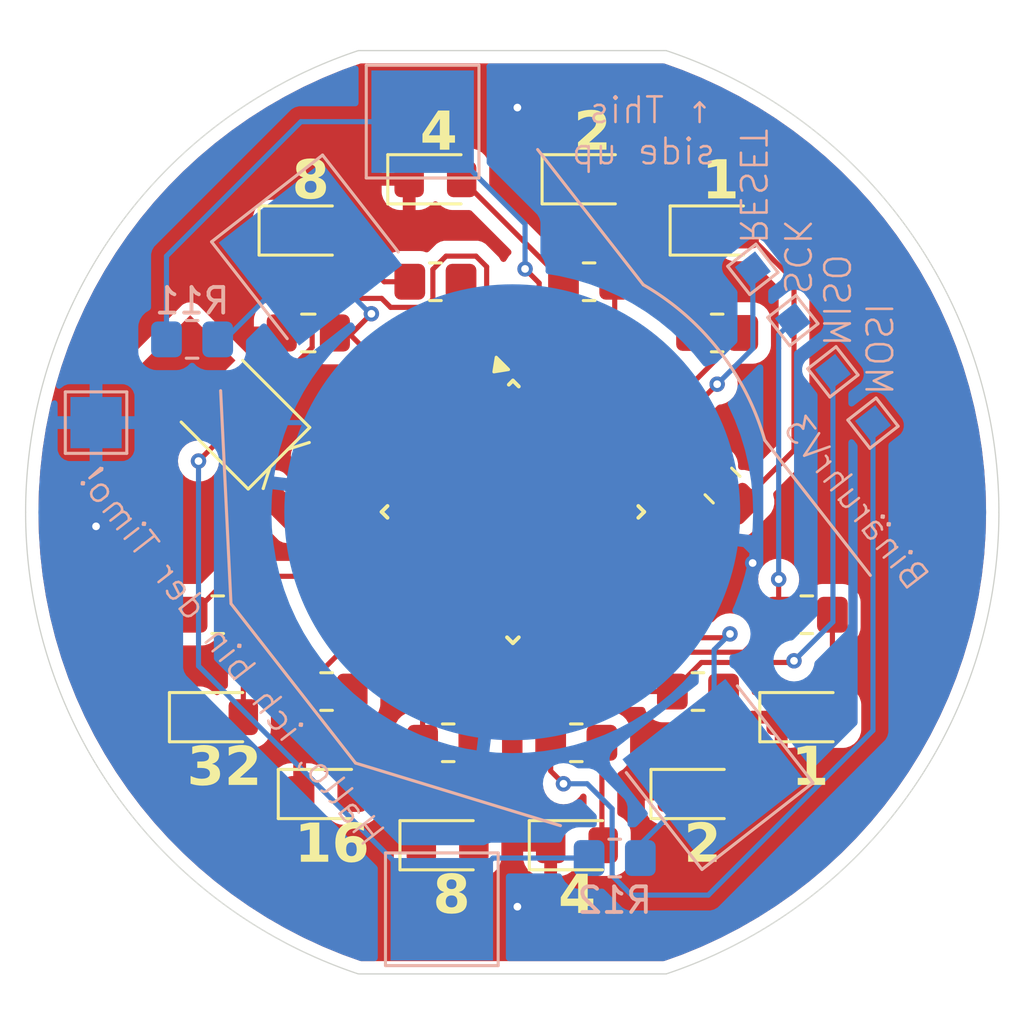
<source format=kicad_pcb>
(kicad_pcb (version 20240108) (generator "pcbnew") (generator_version "8.0")
  (layers (0 "F.Cu" signal) (31 "B.Cu" signal) (34 "B.Paste" user) (35 "F.Paste" user) (36 "B.SilkS" user "B.Silkscreen") (37 "F.SilkS" user "F.Silkscreen") (38 "B.Mask" user) (39 "F.Mask" user) (44 "Edge.Cuts" user))
  (net 0 "")
  (net 1 "+BATT")
  (net 2 "Net-(D1-A)")
  (net 3 "Net-(D2-A)")
  (net 4 "Net-(D3-A)")
  (net 5 "Net-(D4-A)")
  (net 6 "Net-(D5-A)")
  (net 7 "Net-(D6-A)")
  (net 8 "Net-(D7-A)")
  (net 9 "Net-(D8-A)")
  (net 10 "Net-(D9-A)")
  (net 11 "Net-(D10-A)")
  (net 12 "Net-(U1-XTAL2{slash}PB7)")
  (net 13 "Net-(U1-XTAL1{slash}PB6)")
  (net 17 "-BATT")
  (net 18 "Minute1")
  (net 19 "Minute2")
  (net 20 "Minute4")
  (net 21 "Minute8")
  (net 22 "Minute16")
  (net 23 "Minute32")
  (net 24 "Hour1")
  (net 25 "Hour2")
  (net 26 "Hour4")
  (net 27 "Hour8")
  (net 36 "Net-(U1-~{RESET}{slash}PC6)")
  (net 37 "Net-(U1-PD2)")
  (net 38 "Net-(U1-PD3)")
  (footprint "LED_SMD:LED_0805_2012Metric_Pad1.15x1.40mm_HandSolder" (layer "F.Cu") (at 141.975 89)
    (property "Reference" "D10" (hide yes))
    (property "Value" "LED")
    (fp_line (start -1.86 -0.96) (end -1.86 0.96) (stroke (width 0.12)) (layer "F.SilkS"))
    (fp_line (start -1.86 0.96) (end 1 0.96) (stroke (width 0.12)) (layer "F.SilkS"))
    (fp_line (start 1 -0.96) (end -1.86 -0.96) (stroke (width 0.12)) (layer "F.SilkS"))
    (pad "1" smd roundrect (at -1.025 0) (size 1.15 1.4) (layers "F.Cu" "F.Paste" "F.Mask") (roundrect_rratio 0.217391) (net 17 "-BATT"))
    (pad "2" smd roundrect (at 1.025 0) (size 1.15 1.4) (layers "F.Cu" "F.Paste" "F.Mask") (roundrect_rratio 0.217391) (net 11 "Net-(D10-A)"))
  )
  (footprint "LED_SMD:LED_0805_2012Metric_Pad1.15x1.40mm_HandSolder" (layer "F.Cu") (at 152.525 113)
    (property "Reference" "D3" (hide yes))
    (property "Value" "LED")
    (fp_line (start -1.86 -0.96) (end -1.86 0.96) (stroke (width 0.12)) (layer "F.SilkS"))
    (fp_line (start -1.86 0.96) (end 1 0.96) (stroke (width 0.12)) (layer "F.SilkS"))
    (fp_line (start 1 -0.96) (end -1.86 -0.96) (stroke (width 0.12)) (layer "F.SilkS"))
    (pad "1" smd roundrect (at -1.025 0) (size 1.15 1.4) (layers "F.Cu" "F.Paste" "F.Mask") (roundrect_rratio 0.217391) (net 17 "-BATT"))
    (pad "2" smd roundrect (at 1.025 0) (size 1.15 1.4) (layers "F.Cu" "F.Paste" "F.Mask") (roundrect_rratio 0.217391) (net 4 "Net-(D3-A)"))
  )
  (footprint "Resistor_SMD:R_0805_2012Metric_Pad1.20x1.40mm_HandSolder" (layer "F.Cu") (at 147 91 180)
    (property "Reference" "R10" (hide yes))
    (property "Value" "470")
    (fp_line (start -0.227064 0.735) (end 0.227064 0.735) (stroke (width 0.12)) (layer "F.SilkS"))
    (fp_line (start -0.227064 -0.735) (end 0.227064 -0.735) (stroke (width 0.12)) (layer "F.SilkS"))
    (pad "1" smd roundrect (at -1 0 180) (size 1.2 1.4) (layers "F.Cu" "F.Paste" "F.Mask") (roundrect_rratio 0.208333) (net 27 "Hour8"))
    (pad "2" smd roundrect (at 1 0 180) (size 1.2 1.4) (layers "F.Cu" "F.Paste" "F.Mask") (roundrect_rratio 0.208333) (net 11 "Net-(D10-A)"))
  )
  (footprint "Resistor_SMD:R_0805_2012Metric_Pad1.20x1.40mm_HandSolder" (layer "F.Cu") (at 152.5 109)
    (property "Reference" "R3" (hide yes))
    (property "Value" "470")
    (fp_line (start -0.227064 -0.735) (end 0.227064 -0.735) (stroke (width 0.12)) (layer "F.SilkS"))
    (fp_line (start -0.227064 0.735) (end 0.227064 0.735) (stroke (width 0.12)) (layer "F.SilkS"))
    (pad "1" smd roundrect (at -1 0) (size 1.2 1.4) (layers "F.Cu" "F.Paste" "F.Mask") (roundrect_rratio 0.208333) (net 20 "Minute4"))
    (pad "2" smd roundrect (at 1 0) (size 1.2 1.4) (layers "F.Cu" "F.Paste" "F.Mask") (roundrect_rratio 0.208333) (net 4 "Net-(D3-A)"))
  )
  (footprint "Resistor_SMD:R_0805_2012Metric_Pad1.20x1.40mm_HandSolder" (layer "F.Cu") (at 142.75 107)
    (property "Reference" "R5" (hide yes))
    (property "Value" "470")
    (fp_line (start -0.227064 -0.735) (end 0.227064 -0.735) (stroke (width 0.12)) (layer "F.SilkS"))
    (fp_line (start -0.227064 0.735) (end 0.227064 0.735) (stroke (width 0.12)) (layer "F.SilkS"))
    (pad "1" smd roundrect (at -1 0) (size 1.2 1.4) (layers "F.Cu" "F.Paste" "F.Mask") (roundrect_rratio 0.208333) (net 22 "Minute16"))
    (pad "2" smd roundrect (at 1 0) (size 1.2 1.4) (layers "F.Cu" "F.Paste" "F.Mask") (roundrect_rratio 0.208333) (net 6 "Net-(D5-A)"))
  )
  (footprint "Crystal:Crystal_SMD_MicroCrystal_MS1V-T1K" (layer "F.Cu") (at 139.406676 96.406676 -135)
    (property "Reference" "Y1" (hide yes))
    (property "Value" "Crystal")
    (fp_line (start -1.7 1.6) (end -1.7 -2.1) (stroke (width 0.12)) (layer "F.SilkS"))
    (fp_line (start 1.7 -2.1) (end 1.7 1.6) (stroke (width 0.12)) (layer "F.SilkS"))
    (fp_line (start 1.270001 -2.5) (end 1.270001 -2.5) (stroke (width 0.12)) (layer "F.SilkS"))
    (fp_line (start 0.5 -2.1) (end 1.270001 -2.5) (stroke (width 0.12)) (layer "F.SilkS"))
    (fp_line (start -0.5 -2.1) (end -1.270001 -2.5) (stroke (width 0.12)) (layer "F.SilkS"))
    (fp_line (start -1.270001 -2.5) (end -1.270001 -2.5) (stroke (width 0.12)) (layer "F.SilkS"))
    (fp_line (start -1.7 -2.1) (end 1.7 -2.1) (stroke (width 0.12)) (layer "F.SilkS"))
    (pad "1" smd rect (at -1.27 -3.5 225) (size 1 1.6) (layers "F.Cu" "F.Paste" "F.Mask") (net 13 "Net-(U1-XTAL1{slash}PB6)"))
    (pad "2" smd rect (at 1.27 -3.5 225) (size 1 1.6) (layers "F.Cu" "F.Paste" "F.Mask") (net 12 "Net-(U1-XTAL2{slash}PB7)"))
    (pad "3" smd rect (at 0 3.05 225) (size 3 2.5) (layers "F.Cu" "F.Paste" "F.Mask"))
  )
  (footprint "Package_QFP:TQFP-32_7x7mm_P0.8mm" (layer "F.Cu") (at 150.025305 99.985103 -45)
    (property "Reference" "U1" (hide yes))
    (property "Value" "ATmega48PA-A")
    (fp_line (start -3.625 3.625) (end -3.625 3.299999) (stroke (width 0.15)) (layer "F.SilkS"))
    (fp_line (start -3.625 3.625) (end -3.299999 3.625) (stroke (width 0.15)) (layer "F.SilkS"))
    (fp_line (start -3.625 -3.625) (end -3.625 -3.4) (stroke (width 0.15)) (layer "F.SilkS"))
    (fp_line (start -3.625 -3.625) (end -3.299999 -3.625) (stroke (width 0.15)) (layer "F.SilkS"))
    (fp_line (start 3.625 3.625) (end 3.299999 3.625) (stroke (width 0.15)) (layer "F.SilkS"))
    (fp_line (start 3.625 3.625) (end 3.625 3.299999) (stroke (width 0.15)) (layer "F.SilkS"))
    (fp_line (start 3.625 -3.625) (end 3.299999 -3.625) (stroke (width 0.15)) (layer "F.SilkS"))
    (fp_line (start 3.625 -3.625) (end 3.625 -3.299999) (stroke (width 0.15)) (layer "F.SilkS"))
    (fp_poly (pts (xy -4.39 -3.34) (xy -4.73 -3.81) (xy -4.05 -3.81) (xy -4.39 -3.34)) (stroke (width 0.12)) (fill solid) (layer "F.SilkS"))
    (pad "1" smd rect (at -4.25 -2.8 315) (size 1.6 0.55) (layers "F.Cu" "F.Paste" "F.Mask") (net 38 "Net-(U1-PD3)"))
    (pad "2" smd rect (at -4.25 -2 315) (size 1.6 0.55) (layers "F.Cu" "F.Paste" "F.Mask") (net 27 "Hour8"))
    (pad "3" smd rect (at -4.25 -1.2 315) (size 1.6 0.55) (layers "F.Cu" "F.Paste" "F.Mask") (net 17 "-BATT"))
    (pad "4" smd rect (at -4.25 -0.4 315) (size 1.6 0.55) (layers "F.Cu" "F.Paste" "F.Mask") (net 1 "+BATT"))
    (pad "5" smd rect (at -4.25 0.4 315) (size 1.6 0.55) (layers "F.Cu" "F.Paste" "F.Mask") (net 17 "-BATT"))
    (pad "6" smd rect (at -4.25 1.2 315) (size 1.6 0.55) (layers "F.Cu" "F.Paste" "F.Mask") (net 1 "+BATT"))
    (pad "7" smd rect (at -4.25 2 315) (size 1.6 0.55) (layers "F.Cu" "F.Paste" "F.Mask") (net 13 "Net-(U1-XTAL1{slash}PB6)"))
    (pad "8" smd rect (at -4.25 2.8 315) (size 1.6 0.55) (layers "F.Cu" "F.Paste" "F.Mask") (net 12 "Net-(U1-XTAL2{slash}PB7)"))
    (pad "9" smd rect (at -2.8 4.25 45) (size 1.6 0.55) (layers "F.Cu" "F.Paste" "F.Mask"))
    (pad "10" smd rect (at -2 4.25 45) (size 1.6 0.55) (layers "F.Cu" "F.Paste" "F.Mask"))
    (pad "11" smd rect (at -1.2 4.25 45) (size 1.6 0.55) (layers "F.Cu" "F.Paste" "F.Mask"))
    (pad "12" smd rect (at -0.4 4.25 45) (size 1.6 0.55) (layers "F.Cu" "F.Paste" "F.Mask") (net 23 "Minute32"))
    (pad "13" smd rect (at 0.4 4.25 45) (size 1.6 0.55) (layers "F.Cu" "F.Paste" "F.Mask") (net 22 "Minute16"))
    (pad "14" smd rect (at 1.2 4.25 45) (size 1.6 0.55) (layers "F.Cu" "F.Paste" "F.Mask") (net 21 "Minute8"))
    (pad "15" smd rect (at 2 4.25 45) (size 1.6 0.55) (layers "F.Cu" "F.Paste" "F.Mask") (net 20 "Minute4"))
    (pad "16" smd rect (at 2.8 4.25 45) (size 1.6 0.55) (layers "F.Cu" "F.Paste" "F.Mask") (net 19 "Minute2"))
    (pad "17" smd rect (at 4.25 2.8 315) (size 1.6 0.55) (layers "F.Cu" "F.Paste" "F.Mask") (net 18 "Minute1"))
    (pad "18" smd rect (at 4.25 2 315) (size 1.6 0.55) (layers "F.Cu" "F.Paste" "F.Mask") (net 1 "+BATT"))
    (pad "19" smd rect (at 4.25 1.2 315) (size 1.6 0.55) (layers "F.Cu" "F.Paste" "F.Mask"))
    (pad "20" smd rect (at 4.25 0.4 315) (size 1.6 0.55) (layers "F.Cu" "F.Paste" "F.Mask"))
    (pad "21" smd rect (at 4.25 -0.4 315) (size 1.6 0.55) (layers "F.Cu" "F.Paste" "F.Mask") (net 17 "-BATT"))
    (pad "22" smd rect (at 4.25 -1.2 315) (size 1.6 0.55) (layers "F.Cu" "F.Paste" "F.Mask"))
    (pad "23" smd rect (at 4.25 -2 315) (size 1.6 0.55) (layers "F.Cu" "F.Paste" "F.Mask"))
    (pad "24" smd rect (at 4.25 -2.8 315) (size 1.6 0.55) (layers "F.Cu" "F.Paste" "F.Mask"))
    (pad "25" smd rect (at 2.8 -4.25 45) (size 1.6 0.55) (layers "F.Cu" "F.Paste" "F.Mask"))
    (pad "26" smd rect (at 2 -4.25 45) (size 1.6 0.55) (layers "F.Cu" "F.Paste" "F.Mask"))
    (pad "27" smd rect (at 1.2 -4.25 45) (size 1.6 0.55) (layers "F.Cu" "F.Paste" "F.Mask"))
    (pad "28" smd rect (at 0.4 -4.25 45) (size 1.6 0.55) (layers "F.Cu" "F.Paste" "F.Mask") (net 24 "Hour1"))
    (pad "29" smd rect (at -0.4 -4.25 45) (size 1.6 0.55) (layers "F.Cu" "F.Paste" "F.Mask") (net 36 "Net-(U1-~{RESET}{slash}PC6)"))
    (pad "30" smd rect (at -1.2 -4.25 45) (size 1.6 0.55) (layers "F.Cu" "F.Paste" "F.Mask") (net 25 "Hour2"))
    (pad "31" smd rect (at -2 -4.25 45) (size 1.6 0.55) (layers "F.Cu" "F.Paste" "F.Mask") (net 26 "Hour4"))
    (pad "32" smd rect (at -2.8 -4.25 45) (size 1.6 0.55) (layers "F.Cu" "F.Paste" "F.Mask") (net 37 "Net-(U1-PD2)"))
  )
  (footprint "Resistor_SMD:R_0805_2012Metric_Pad1.20x1.40mm_HandSolder" (layer "F.Cu") (at 158 93 180)
    (property "Reference" "R8" (hide yes))
    (property "Value" "470")
    (fp_line (start -0.227064 0.735) (end 0.227064 0.735) (stroke (width 0.12)) (layer "F.SilkS"))
    (fp_line (start -0.227064 -0.735) (end 0.227064 -0.735) (stroke (width 0.12)) (layer "F.SilkS"))
    (pad "1" smd roundrect (at -1 0 180) (size 1.2 1.4) (layers "F.Cu" "F.Paste" "F.Mask") (roundrect_rratio 0.208333) (net 25 "Hour2"))
    (pad "2" smd roundrect (at 1 0 180) (size 1.2 1.4) (layers "F.Cu" "F.Paste" "F.Mask") (roundrect_rratio 0.208333) (net 9 "Net-(D8-A)"))
  )
  (footprint "LED_SMD:LED_0805_2012Metric_Pad1.15x1.40mm_HandSolder" (layer "F.Cu") (at 153.025 87)
    (property "Reference" "D8" (hide yes))
    (property "Value" "LED")
    (fp_line (start -1.86 -0.96) (end -1.86 0.96) (stroke (width 0.12)) (layer "F.SilkS"))
    (fp_line (start -1.86 0.96) (end 1 0.96) (stroke (width 0.12)) (layer "F.SilkS"))
    (fp_line (start 1 -0.96) (end -1.86 -0.96) (stroke (width 0.12)) (layer "F.SilkS"))
    (pad "1" smd roundrect (at -1.025 0) (size 1.15 1.4) (layers "F.Cu" "F.Paste" "F.Mask") (roundrect_rratio 0.217391) (net 17 "-BATT"))
    (pad "2" smd roundrect (at 1.025 0) (size 1.15 1.4) (layers "F.Cu" "F.Paste" "F.Mask") (roundrect_rratio 0.217391) (net 9 "Net-(D8-A)"))
  )
  (footprint "Resistor_SMD:R_0805_2012Metric_Pad1.20x1.40mm_HandSolder" (layer "F.Cu") (at 138.5 104)
    (property "Reference" "R6" (hide yes))
    (property "Value" "470")
    (fp_line (start -0.227064 -0.735) (end 0.227064 -0.735) (stroke (width 0.12)) (layer "F.SilkS"))
    (fp_line (start -0.227064 0.735) (end 0.227064 0.735) (stroke (width 0.12)) (layer "F.SilkS"))
    (pad "1" smd roundrect (at -1 0) (size 1.2 1.4) (layers "F.Cu" "F.Paste" "F.Mask") (roundrect_rratio 0.208333) (net 23 "Minute32"))
    (pad "2" smd roundrect (at 1 0) (size 1.2 1.4) (layers "F.Cu" "F.Paste" "F.Mask") (roundrect_rratio 0.208333) (net 7 "Net-(D6-A)"))
  )
  (footprint "Resistor_SMD:R_0805_2012Metric_Pad1.20x1.40mm_HandSolder" (layer "F.Cu") (at 157.25 107)
    (property "Reference" "R2" (hide yes))
    (property "Value" "470")
    (fp_line (start -0.227064 -0.735) (end 0.227064 -0.735) (stroke (width 0.12)) (layer "F.SilkS"))
    (fp_line (start -0.227064 0.735) (end 0.227064 0.735) (stroke (width 0.12)) (layer "F.SilkS"))
    (pad "1" smd roundrect (at -1 0) (size 1.2 1.4) (layers "F.Cu" "F.Paste" "F.Mask") (roundrect_rratio 0.208333) (net 19 "Minute2"))
    (pad "2" smd roundrect (at 1 0) (size 1.2 1.4) (layers "F.Cu" "F.Paste" "F.Mask") (roundrect_rratio 0.208333) (net 3 "Net-(D2-A)"))
  )
  (footprint "Resistor_SMD:R_0805_2012Metric_Pad1.20x1.40mm_HandSolder" (layer "F.Cu") (at 147.5 109)
    (property "Reference" "R4" (hide yes))
    (property "Value" "470")
    (fp_line (start -0.227064 -0.735) (end 0.227064 -0.735) (stroke (width 0.12)) (layer "F.SilkS"))
    (fp_line (start -0.227064 0.735) (end 0.227064 0.735) (stroke (width 0.12)) (layer "F.SilkS"))
    (pad "1" smd roundrect (at -1 0) (size 1.2 1.4) (layers "F.Cu" "F.Paste" "F.Mask") (roundrect_rratio 0.208333) (net 21 "Minute8"))
    (pad "2" smd roundrect (at 1 0) (size 1.2 1.4) (layers "F.Cu" "F.Paste" "F.Mask") (roundrect_rratio 0.208333) (net 5 "Net-(D4-A)"))
  )
  (footprint "LED_SMD:LED_0805_2012Metric_Pad1.15x1.40mm_HandSolder" (layer "F.Cu") (at 138.475 108)
    (property "Reference" "D6" (hide yes))
    (property "Value" "LED")
    (fp_line (start -1.86 -0.96) (end -1.86 0.96) (stroke (width 0.12)) (layer "F.SilkS"))
    (fp_line (start -1.86 0.96) (end 1 0.96) (stroke (width 0.12)) (layer "F.SilkS"))
    (fp_line (start 1 -0.96) (end -1.86 -0.96) (stroke (width 0.12)) (layer "F.SilkS"))
    (pad "1" smd roundrect (at -1.025 0) (size 1.15 1.4) (layers "F.Cu" "F.Paste" "F.Mask") (roundrect_rratio 0.217391) (net 17 "-BATT"))
    (pad "2" smd roundrect (at 1.025 0) (size 1.15 1.4) (layers "F.Cu" "F.Paste" "F.Mask") (roundrect_rratio 0.217391) (net 7 "Net-(D6-A)"))
  )
  (footprint "LED_SMD:LED_0805_2012Metric_Pad1.15x1.40mm_HandSolder" (layer "F.Cu") (at 158.025 89)
    (property "Reference" "D7" (hide yes))
    (property "Value" "LED")
    (fp_line (start -1.86 -0.96) (end -1.86 0.96) (stroke (width 0.12)) (layer "F.SilkS"))
    (fp_line (start -1.86 0.96) (end 1 0.96) (stroke (width 0.12)) (layer "F.SilkS"))
    (fp_line (start 1 -0.96) (end -1.86 -0.96) (stroke (width 0.12)) (layer "F.SilkS"))
    (pad "1" smd roundrect (at -1.025 0) (size 1.15 1.4) (layers "F.Cu" "F.Paste" "F.Mask") (roundrect_rratio 0.217391) (net 17 "-BATT"))
    (pad "2" smd roundrect (at 1.025 0) (size 1.15 1.4) (layers "F.Cu" "F.Paste" "F.Mask") (roundrect_rratio 0.217391) (net 8 "Net-(D7-A)"))
  )
  (footprint "LED_SMD:LED_0805_2012Metric_Pad1.15x1.40mm_HandSolder" (layer "F.Cu") (at 157.275 111)
    (property "Reference" "D2" (hide yes))
    (property "Value" "LED")
    (fp_line (start -1.86 -0.96) (end -1.86 0.96) (stroke (width 0.12)) (layer "F.SilkS"))
    (fp_line (start -1.86 0.96) (end 1 0.96) (stroke (width 0.12)) (layer "F.SilkS"))
    (fp_line (start 1 -0.96) (end -1.86 -0.96) (stroke (width 0.12)) (layer "F.SilkS"))
    (pad "1" smd roundrect (at -1.025 0) (size 1.15 1.4) (layers "F.Cu" "F.Paste" "F.Mask") (roundrect_rratio 0.217391) (net 17 "-BATT"))
    (pad "2" smd roundrect (at 1.025 0) (size 1.15 1.4) (layers "F.Cu" "F.Paste" "F.Mask") (roundrect_rratio 0.217391) (net 3 "Net-(D2-A)"))
  )
  (footprint "Capacitor_SMD:C_0805_2012Metric_Pad1.18x1.45mm_HandSolder" (layer "F.Cu") (at 142.0375 93 180)
    (property "Reference" "C1" (hide yes))
    (property "Value" "100nF")
    (fp_line (start -0.261252 0.735) (end 0.261252 0.735) (stroke (width 0.12)) (layer "F.SilkS"))
    (fp_line (start -0.261252 -0.735) (end 0.261252 -0.735) (stroke (width 0.12)) (layer "F.SilkS"))
    (pad "1" smd roundrect (at -1.0375 0 180) (size 1.175 1.45) (layers "F.Cu" "F.Paste" "F.Mask") (roundrect_rratio 0.212766) (net 1 "+BATT"))
    (pad "2" smd roundrect (at 1.0375 0 180) (size 1.175 1.45) (layers "F.Cu" "F.Paste" "F.Mask") (roundrect_rratio 0.212766) (net 17 "-BATT"))
  )
  (footprint "Resistor_SMD:R_0805_2012Metric_Pad1.20x1.40mm_HandSolder" (layer "F.Cu") (at 161.5 104)
    (property "Reference" "R1" (hide yes))
    (property "Value" "470")
    (fp_line (start -0.227064 -0.735) (end 0.227064 -0.735) (stroke (width 0.12)) (layer "F.SilkS"))
    (fp_line (start -0.227064 0.735) (end 0.227064 0.735) (stroke (width 0.12)) (layer "F.SilkS"))
    (pad "1" smd roundrect (at -1 0) (size 1.2 1.4) (layers "F.Cu" "F.Paste" "F.Mask") (roundrect_rratio 0.208333) (net 18 "Minute1"))
    (pad "2" smd roundrect (at 1 0) (size 1.2 1.4) (layers "F.Cu" "F.Paste" "F.Mask") (roundrect_rratio 0.208333) (net 2 "Net-(D1-A)"))
  )
  (footprint "LED_SMD:LED_0805_2012Metric_Pad1.15x1.40mm_HandSolder" (layer "F.Cu") (at 142.725 111)
    (property "Reference" "D5" (hide yes))
    (property "Value" "LED")
    (fp_line (start -1.86 -0.96) (end -1.86 0.96) (stroke (width 0.12)) (layer "F.SilkS"))
    (fp_line (start -1.86 0.96) (end 1 0.96) (stroke (width 0.12)) (layer "F.SilkS"))
    (fp_line (start 1 -0.96) (end -1.86 -0.96) (stroke (width 0.12)) (layer "F.SilkS"))
    (pad "1" smd roundrect (at -1.025 0) (size 1.15 1.4) (layers "F.Cu" "F.Paste" "F.Mask") (roundrect_rratio 0.217391) (net 17 "-BATT"))
    (pad "2" smd roundrect (at 1.025 0) (size 1.15 1.4) (layers "F.Cu" "F.Paste" "F.Mask") (roundrect_rratio 0.217391) (net 6 "Net-(D5-A)"))
  )
  (footprint "Resistor_SMD:R_0805_2012Metric_Pad1.20x1.40mm_HandSolder" (layer "F.Cu") (at 153 91 180)
    (property "Reference" "R9" (hide yes))
    (property "Value" "470")
    (fp_line (start -0.227064 0.735) (end 0.227064 0.735) (stroke (width 0.12)) (layer "F.SilkS"))
    (fp_line (start -0.227064 -0.735) (end 0.227064 -0.735) (stroke (width 0.12)) (layer "F.SilkS"))
    (pad "1" smd roundrect (at -1 0 180) (size 1.2 1.4) (layers "F.Cu" "F.Paste" "F.Mask") (roundrect_rratio 0.208333) (net 26 "Hour4"))
    (pad "2" smd roundrect (at 1 0 180) (size 1.2 1.4) (layers "F.Cu" "F.Paste" "F.Mask") (roundrect_rratio 0.208333) (net 10 "Net-(D9-A)"))
  )
  (footprint "Resistor_SMD:R_0805_2012Metric_Pad1.20x1.40mm_HandSolder" (layer "F.Cu") (at 158.207107 98.957107 -45)
    (property "Reference" "R7" (hide yes))
    (property "Value" "470")
    (fp_line (start -0.227064 0.735) (end 0.227064 0.735) (stroke (width 0.12)) (layer "F.SilkS"))
    (fp_line (start -0.227064 -0.735) (end 0.227064 -0.735) (stroke (width 0.12)) (layer "F.SilkS"))
    (pad "1" smd roundrect (at -1 0 315) (size 1.2 1.4) (layers "F.Cu" "F.Paste" "F.Mask") (roundrect_rratio 0.208333) (net 24 "Hour1"))
    (pad "2" smd roundrect (at 1 0 315) (size 1.2 1.4) (layers "F.Cu" "F.Paste" "F.Mask") (roundrect_rratio 0.208333) (net 8 "Net-(D7-A)"))
  )
  (footprint "LED_SMD:LED_0805_2012Metric_Pad1.15x1.40mm_HandSolder" (layer "F.Cu") (at 161.525 108)
    (property "Reference" "D1" (hide yes))
    (property "Value" "LED")
    (fp_line (start -1.86 -0.96) (end -1.86 0.96) (stroke (width 0.12)) (layer "F.SilkS"))
    (fp_line (start -1.86 0.96) (end 1 0.96) (stroke (width 0.12)) (layer "F.SilkS"))
    (fp_line (start 1 -0.96) (end -1.86 -0.96) (stroke (width 0.12)) (layer "F.SilkS"))
    (pad "1" smd roundrect (at -1.025 0) (size 1.15 1.4) (layers "F.Cu" "F.Paste" "F.Mask") (roundrect_rratio 0.217391) (net 17 "-BATT"))
    (pad "2" smd roundrect (at 1.025 0) (size 1.15 1.4) (layers "F.Cu" "F.Paste" "F.Mask") (roundrect_rratio 0.217391) (net 2 "Net-(D1-A)"))
  )
  (footprint "LED_SMD:LED_0805_2012Metric_Pad1.15x1.40mm_HandSolder" (layer "F.Cu") (at 147.475 113)
    (property "Reference" "D4" (hide yes))
    (property "Value" "LED")
    (fp_line (start -1.86 -0.96) (end -1.86 0.96) (stroke (width 0.12)) (layer "F.SilkS"))
    (fp_line (start -1.86 0.96) (end 1 0.96) (stroke (width 0.12)) (layer "F.SilkS"))
    (fp_line (start 1 -0.96) (end -1.86 -0.96) (stroke (width 0.12)) (layer "F.SilkS"))
    (pad "1" smd roundrect (at -1.025 0) (size 1.15 1.4) (layers "F.Cu" "F.Paste" "F.Mask") (roundrect_rratio 0.217391) (net 17 "-BATT"))
    (pad "2" smd roundrect (at 1.025 0) (size 1.15 1.4) (layers "F.Cu" "F.Paste" "F.Mask") (roundrect_rratio 0.217391) (net 5 "Net-(D4-A)"))
  )
  (footprint "LED_SMD:LED_0805_2012Metric_Pad1.15x1.40mm_HandSolder" (layer "F.Cu") (at 147 87)
    (property "Reference" "D9" (hide yes))
    (property "Value" "LED")
    (fp_line (start -1.86 -0.96) (end -1.86 0.96) (stroke (width 0.12)) (layer "F.SilkS"))
    (fp_line (start -1.86 0.96) (end 1 0.96) (stroke (width 0.12)) (layer "F.SilkS"))
    (fp_line (start 1 -0.96) (end -1.86 -0.96) (stroke (width 0.12)) (layer "F.SilkS"))
    (pad "1" smd roundrect (at -1.025 0) (size 1.15 1.4) (layers "F.Cu" "F.Paste" "F.Mask") (roundrect_rratio 0.217391) (net 17 "-BATT"))
    (pad "2" smd roundrect (at 1.025 0) (size 1.15 1.4) (layers "F.Cu" "F.Paste" "F.Mask") (roundrect_rratio 0.217391) (net 10 "Net-(D9-A)"))
  )
  (footprint "TestPoint:TestPoint_Pad_1.0x1.0mm" (layer "B.Cu") (at 159.392659 90.515358 128)
    (property "Reference" "TP7" (hide yes))
    (property "Value" "RESET")
    (fp_line (start 0.7 -0.700001) (end 0.700001 0.7) (stroke (width 0.12)) (layer "B.SilkS"))
    (fp_line (start -0.700001 -0.7) (end 0.7 -0.700001) (stroke (width 0.12)) (layer "B.SilkS"))
    (fp_line (start 0.700001 0.7) (end -0.7 0.700001) (stroke (width 0.12)) (layer "B.SilkS"))
    (fp_line (start -0.7 0.700001) (end -0.700001 -0.7) (stroke (width 0.12)) (layer "B.SilkS"))
    (pad "1" smd rect (at 0 0 128) (size 1 1) (layers "B.Cu" "B.Mask") (net 36 "Net-(U1-~{RESET}{slash}PC6)"))
  )
  (footprint "TestPoint:TestPoint_Pad_2.0x2.0mm" (layer "B.Cu") (at 133.75 96.5 180)
    (property "Reference" "TP3" (hide yes))
    (property "Value" "Gehäuse")
    (fp_line (start 1.2 1.2) (end -1.2 1.2) (stroke (width 0.12)) (layer "B.SilkS"))
    (fp_line (start 1.2 -1.2) (end 1.2 1.2) (stroke (width 0.12)) (layer "B.SilkS"))
    (fp_line (start -1.2 1.2) (end -1.2 -1.2) (stroke (width 0.12)) (layer "B.SilkS"))
    (fp_line (start -1.2 -1.2) (end 1.2 -1.2) (stroke (width 0.12)) (layer "B.SilkS"))
    (pad "1" smd rect (at 0 0 180) (size 2 2) (layers "B.Cu" "B.Mask") (net 17 "-BATT"))
  )
  (footprint "TestPoint:TestPoint_Pad_4.0x4.0mm" (layer "B.Cu") (at 147.25 115.5 180)
    (property "Reference" "TP2" (hide yes))
    (property "Value" "Deckel")
    (fp_line (start 2.2 2.2) (end -2.2 2.2) (stroke (width 0.12)) (layer "B.SilkS"))
    (fp_line (start 2.2 -2.2) (end 2.2 2.2) (stroke (width 0.12)) (layer "B.SilkS"))
    (fp_line (start -2.2 2.2) (end -2.2 -2.2) (stroke (width 0.12)) (layer "B.SilkS"))
    (fp_line (start -2.2 -2.2) (end 2.2 -2.2) (stroke (width 0.12)) (layer "B.SilkS"))
    (pad "1" smd rect (at 0 0 180) (size 4 4) (layers "B.Cu" "B.Mask") (net 38 "Net-(U1-PD3)"))
  )
  (footprint "Resistor_SMD:R_0805_2012Metric_Pad1.20x1.40mm_HandSolder" (layer "B.Cu") (at 154 113.5)
    (property "Reference" "R12" (at 0 1.65 0) (layer "B.SilkS") (effects (justify mirror)))
    (property "Value" "1M")
    (fp_line (start 0.227064 -0.735) (end -0.227064 -0.735) (stroke (width 0.12)) (layer "B.SilkS"))
    (fp_line (start 0.227064 0.735) (end -0.227064 0.735) (stroke (width 0.12)) (layer "B.SilkS"))
    (pad "1" smd roundrect (at -1 0) (size 1.2 1.4) (layers "B.Cu" "B.Paste" "B.Mask") (roundrect_rratio 0.208333) (net 38 "Net-(U1-PD3)"))
    (pad "2" smd roundrect (at 1 0) (size 1.2 1.4) (layers "B.Cu" "B.Paste" "B.Mask") (roundrect_rratio 0.208333) (net 1 "+BATT"))
  )
  (footprint "TestPoint:TestPoint_Pad_1.0x1.0mm" (layer "B.Cu") (at 160.95644 92.516905 128)
    (property "Reference" "TP6" (hide yes))
    (property "Value" "SCK")
    (fp_line (start 0.7 -0.700001) (end 0.700001 0.7) (stroke (width 0.12)) (layer "B.SilkS"))
    (fp_line (start -0.700001 -0.7) (end 0.7 -0.700001) (stroke (width 0.12)) (layer "B.SilkS"))
    (fp_line (start 0.700001 0.7) (end -0.7 0.700001) (stroke (width 0.12)) (layer "B.SilkS"))
    (fp_line (start -0.7 0.700001) (end -0.700001 -0.7) (stroke (width 0.12)) (layer "B.SilkS"))
    (pad "1" smd rect (at 0 0 128) (size 1 1) (layers "B.Cu" "B.Mask") (net 18 "Minute1"))
  )
  (footprint "TestPoint:TestPoint_Pad_1.0x1.0mm" (layer "B.Cu") (at 164.084 96.52 128)
    (property "Reference" "TP4" (hide yes))
    (property "Value" "MOSI")
    (fp_line (start 0.7 -0.700001) (end 0.700001 0.7) (stroke (width 0.12)) (layer "B.SilkS"))
    (fp_line (start -0.700001 -0.7) (end 0.7 -0.700001) (stroke (width 0.12)) (layer "B.SilkS"))
    (fp_line (start 0.700001 0.7) (end -0.7 0.700001) (stroke (width 0.12)) (layer "B.SilkS"))
    (fp_line (start -0.7 0.700001) (end -0.700001 -0.7) (stroke (width 0.12)) (layer "B.SilkS"))
    (pad "1" smd rect (at 0 0 128) (size 1 1) (layers "B.Cu" "B.Mask") (net 20 "Minute4"))
  )
  (footprint "Battery:BatteryHolder_Keystone_3002_1x2032" (layer "B.Cu") (at 150 100 128)
    (property "Reference" "BT1" (hide yes))
    (property "Value" "Battery_Cell")
    (fp_line (start 15.55 -2.75) (end 10.749999 -2.75) (stroke (width 0.12)) (layer "B.SilkS"))
    (fp_line (start 10.75 -6.05) (end 3.949999 -10.85) (stroke (width 0.12)) (layer "B.SilkS"))
    (fp_line (start 3.949999 -10.85) (end -3.95 -10.85) (stroke (width 0.12)) (layer "B.SilkS"))
    (fp_line (start 15.549999 2.75) (end 15.55 -2.75) (stroke (width 0.12)) (layer "B.SilkS"))
    (fp_line (start -3.95 -10.85) (end -10.8 -6.05) (stroke (width 0.12)) (layer "B.SilkS"))
    (fp_line (start 10.750001 2.75) (end 15.549999 2.75) (stroke (width 0.12)) (layer "B.SilkS"))
    (fp_line (start -10.750001 -2.75) (end -15.549999 -2.75) (stroke (width 0.12)) (layer "B.SilkS"))
    (fp_line (start 3.85 9.500001) (end 10.55 9.500001) (stroke (width 0.12)) (layer "B.SilkS"))
    (fp_line (start -15.549999 -2.75) (end -15.55 2.75) (stroke (width 0.12)) (layer "B.SilkS"))
    (fp_line (start -3.850001 9.5) (end -10.549999 9.5) (stroke (width 0.12)) (layer "B.SilkS"))
    (fp_line (start -15.55 2.75) (end -10.749999 2.75) (stroke (width 0.12)) (layer "B.SilkS"))
    (fp_arc (start 3.85 9.500001) (mid 0.00195 10.250488) (end -3.846386 9.501465) (stroke (width 0.12)) (layer "B.SilkS"))
    (pad "1" smd rect (at -12.8 -0.000001 128) (size 5.1 5.1) (layers "B.Cu" "B.Paste" "B.Mask") (net 1 "+BATT"))
    (pad "1" smd rect (at 12.8 0.000001 128) (size 5.1 5.1) (layers "B.Cu" "B.Paste" "B.Mask") (net 1 "+BATT"))
    (pad "2" smd circle (at 0 0 128) (size 17.8 17.8) (layers "B.Cu" "B.Mask") (net 17 "-BATT"))
  )
  (footprint "TestPoint:TestPoint_Pad_4.0x4.0mm" (layer "B.Cu") (at 146.5 84.75 180)
    (property "Reference" "TP1" (hide yes))
    (property "Value" "Taster")
    (fp_line (start 2.2 2.2) (end -2.2 2.2) (stroke (width 0.12)) (layer "B.SilkS"))
    (fp_line (start 2.2 -2.2) (end 2.2 2.2) (stroke (width 0.12)) (layer "B.SilkS"))
    (fp_line (start -2.2 2.2) (end -2.2 -2.2) (stroke (width 0.12)) (layer "B.SilkS"))
    (fp_line (start -2.2 -2.2) (end 2.2 -2.2) (stroke (width 0.12)) (layer "B.SilkS"))
    (pad "1" smd rect (at 0 0 180) (size 4 4) (layers "B.Cu" "B.Mask") (net 37 "Net-(U1-PD2)"))
  )
  (footprint "Resistor_SMD:R_0805_2012Metric_Pad1.20x1.40mm_HandSolder" (layer "B.Cu") (at 137.5 93.25)
    (property "Reference" "R11" (at 0 -1.5 0) (layer "B.SilkS") (effects (justify mirror)))
    (property "Value" "1M")
    (fp_line (start 0.227064 -0.735) (end -0.227064 -0.735) (stroke (width 0.12)) (layer "B.SilkS"))
    (fp_line (start 0.227064 0.735) (end -0.227064 0.735) (stroke (width 0.12)) (layer "B.SilkS"))
    (pad "1" smd roundrect (at -1 0) (size 1.2 1.4) (layers "B.Cu" "B.Paste" "B.Mask") (roundrect_rratio 0.208333) (net 37 "Net-(U1-PD2)"))
    (pad "2" smd roundrect (at 1 0) (size 1.2 1.4) (layers "B.Cu" "B.Paste" "B.Mask") (roundrect_rratio 0.208333) (net 1 "+BATT"))
  )
  (footprint "TestPoint:TestPoint_Pad_1.0x1.0mm" (layer "B.Cu") (at 162.52022 94.518453 128)
    (property "Reference" "TP5" (hide yes))
    (property "Value" "MISO")
    (fp_line (start 0.7 -0.700001) (end 0.700001 0.7) (stroke (width 0.12)) (layer "B.SilkS"))
    (fp_line (start -0.700001 -0.7) (end 0.7 -0.700001) (stroke (width 0.12)) (layer "B.SilkS"))
    (fp_line (start 0.700001 0.7) (end -0.7 0.700001) (stroke (width 0.12)) (layer "B.SilkS"))
    (fp_line (start -0.7 0.700001) (end -0.700001 -0.7) (stroke (width 0.12)) (layer "B.SilkS"))
    (pad "1" smd rect (at 0 0 128) (size 1 1) (layers "B.Cu" "B.Mask") (net 19 "Minute2"))
  )
  (gr_arc (start 156.008328 81.975017) (mid 165.413602 88.890504) (end 169 100) (stroke (width 0.05)) (layer "Edge.Cuts"))
  (gr_arc (start 143.991672 118.024983) (mid 134.586398 111.109496) (end 131 100) (stroke (width 0.05)) (layer "Edge.Cuts"))
  (gr_line (start 143.991672 81.975017) (end 156.008328 81.975017) (stroke (width 0.05)) (layer "Edge.Cuts"))
  (gr_arc (start 131 100) (mid 134.586398 88.890505) (end 143.991672 81.975017) (stroke (width 0.05)) (layer "Edge.Cuts"))
  (gr_line (start 156.008328 118.024983) (end 143.991672 118.024983) (stroke (width 0.05)) (layer "Edge.Cuts"))
  (gr_arc (start 169 100) (mid 165.413602 111.109495) (end 156.008328 118.024983) (stroke (width 0.05)) (layer "Edge.Cuts"))
  (gr_text "BinäruhrV3" (at 165.5 103.25 308) (layer "B.SilkS") (effects (font (size 1 1) (thickness 0.1)) (justify left bottom mirror)))
  (gr_text "SCK" (at 160.528 91.567 -90) (layer "B.SilkS") (effects (font (size 1 1) (thickness 0.1)) (justify left bottom mirror)))
  (gr_text "Hallo, ich bin der Timo!" (at 144.25 113.25 -52) (layer "B.SilkS") (effects (font (size 1 1) (thickness 0.1)) (justify left bottom mirror)))
  (gr_text "MISO" (at 162.052 93.599 -90) (layer "B.SilkS") (effects (font (size 1 1) (thickness 0.1)) (justify left bottom mirror)))
  (gr_text "RESET" (at 158.8 89.6 -90) (layer "B.SilkS") (effects (font (size 1 1) (thickness 0.1)) (justify left bottom mirror)))
  (gr_text "MOSI" (at 163.703 95.504 -90) (layer "B.SilkS") (effects (font (size 1 1) (thickness 0.1)) (justify left bottom mirror)))
  (gr_text "↑ This\nside up\n" (at 158 86.5 0) (layer "B.SilkS") (effects (font (size 1 1) (thickness 0.1)) (justify left bottom mirror)))
  (gr_text "2" (at 152.4 86.1 0) (layer "F.SilkS") (effects (font (size 1.5 1.5) (thickness 0.3) (bold yes)) (justify left bottom)))
  (gr_text "32" (at 137.3 110.9 0) (layer "F.SilkS") (effects (font (size 1.5 1.5) (thickness 0.3) (bold yes)) (justify left bottom)))
  (gr_text "2" (at 156.7 113.9 0) (layer "F.SilkS") (effects (font (size 1.5 1.5) (thickness 0.3) (bold yes)) (justify left bottom)))
  (gr_text "4" (at 151.8 115.9 0) (layer "F.SilkS") (effects (font (size 1.5 1.5) (thickness 0.3) (bold yes)) (justify left bottom)))
  (gr_text "16" (at 141.5 113.9 0) (layer "F.SilkS") (effects (font (size 1.5 1.5) (thickness 0.3) (bold yes)) (justify left bottom)))
  (gr_text "1" (at 157.4 88 0) (layer "F.SilkS") (effects (font (size 1.5 1.5) (thickness 0.3) (bold yes)) (justify left bottom)))
  (gr_text "4" (at 146.4 86.1 0) (layer "F.SilkS") (effects (font (size 1.5 1.5) (thickness 0.3) (bold yes)) (justify left bottom)))
  (gr_text "1" (at 160.9 110.9 0) (layer "F.SilkS") (effects (font (size 1.5 1.5) (thickness 0.3) (bold yes)) (justify left bottom)))
  (gr_text "8" (at 146.9 115.9 0) (layer "F.SilkS") (effects (font (size 1.5 1.5) (thickness 0.3) (bold yes)) (justify left bottom)))
  (gr_text "8" (at 141.4 88 0) (layer "F.SilkS") (effects (font (size 1.5 1.5) (thickness 0.3) (bold yes)) (justify left bottom)))
  (segment (start 143.605888 93) (end 145.677944 95.072056) (width 0.2) (layer "F.Cu") (net 1))
  (segment (start 151.616295 104.40452) (end 151.121841 103.910066) (width 0.2) (layer "F.Cu") (net 1))
  (segment (start 143.075 93) (end 143.605888 93) (width 0.2) (layer "F.Cu") (net 1))
  (segment (start 145.677118 95.072882) (end 145.677944 95.072056) (width 0.2) (layer "F.Cu") (net 1))
  (segment (start 143.75 93) (end 144.5 92.25) (width 0.2) (layer "F.Cu") (net 1))
  (segment (start 151.121841 102.778695) (end 146.171573 97.828427) (width 0.2) (layer "F.Cu") (net 1))
  (segment (start 151.121841 103.910066) (end 151.121841 102.778695) (width 0.2) (layer "F.Cu") (net 1))
  (segment (start 145.677944 95.072056) (end 147.302944 96.697056) (width 0.2) (layer "F.Cu") (net 1))
  (segment (start 152.11075 104.898975) (end 158.351025 104.898975) (width 0.2) (layer "F.Cu") (net 1))
  (segment (start 152.11075 104.898975) (end 151.616295 104.40452) (width 0.2) (layer "F.Cu") (net 1))
  (segment (start 145.677118 97.333972) (end 145.677118 95.072882) (width 0.2) (layer "F.Cu") (net 1))
  (segment (start 158.351025 104.898975) (end 158.5 104.75) (width 0.2) (layer "F.Cu") (net 1))
  (segment (start 143.075 93) (end 143.75 93) (width 0.2) (layer "F.Cu") (net 1))
  (segment (start 146.171573 97.828427) (end 145.677118 97.333972) (width 0.2) (layer "F.Cu") (net 1))
  (via (at 144.5 92.25) (size 0.6) (drill 0.3) (layers "F.Cu" "B.Cu") (net 1))
  (via (at 158.5 104.75) (size 0.6) (drill 0.3) (layers "F.Cu" "B.Cu") (net 1))
  (segment (start 144.5 92.25) (end 144.456072 92.25) (width 0.2) (layer "B.Cu") (net 1))
  (segment (start 155 112.967004) (end 157.880466 110.086538) (width 0.2) (layer "B.Cu") (net 1))
  (segment (start 138.782996 93.25) (end 138.5 93.25) (width 0.2) (layer "B.Cu") (net 1))
  (segment (start 157.880466 105.369534) (end 157.880466 110.086538) (width 0.2) (layer "B.Cu") (net 1))
  (segment (start 142.119534 89.913462) (end 138.782996 93.25) (width 0.2) (layer "B.Cu") (net 1))
  (segment (start 158.5 104.75) (end 157.880466 105.369534) (width 0.2) (layer "B.Cu") (net 1))
  (segment (start 144.456072 92.25) (end 142.119534 89.913462) (width 0.2) (layer "B.Cu") (net 1))
  (segment (start 155 113.5) (end 155 112.967004) (width 0.2) (layer "B.Cu") (net 1))
  (segment (start 162.5 107.95) (end 162.55 108) (width 0.2) (layer "F.Cu") (net 2))
  (segment (start 162.5 104) (end 162.5 107.95) (width 0.2) (layer "F.Cu") (net 2))
  (segment (start 158.25 107) (end 158.25 110.95) (width 0.2) (layer "F.Cu") (net 3))
  (segment (start 158.25 110.95) (end 158.3 111) (width 0.2) (layer "F.Cu") (net 3))
  (segment (start 153.5 112.95) (end 153.55 113) (width 0.2) (layer "F.Cu") (net 4))
  (segment (start 153.5 109) (end 153.5 112.95) (width 0.2) (layer "F.Cu") (net 4))
  (segment (start 148.5 109) (end 148.5 113) (width 0.2) (layer "F.Cu") (net 5))
  (segment (start 143.75 107) (end 143.75 111) (width 0.2) (layer "F.Cu") (net 6))
  (segment (start 143.75 106.75) (end 143.75 107) (width 0.2) (layer "F.Cu") (net 6))
  (segment (start 139.5 108) (end 139.5 104) (width 0.2) (layer "F.Cu") (net 7))
  (segment (start 161 90.95) (end 159.05 89) (width 0.2) (layer "F.Cu") (net 8))
  (segment (start 161 97.578428) (end 161 90.95) (width 0.2) (layer "F.Cu") (net 8))
  (segment (start 158.914214 99.664214) (end 161 97.578428) (width 0.2) (layer "F.Cu") (net 8))
  (segment (start 157 93) (end 157 91.25) (width 0.2) (layer "F.Cu") (net 9))
  (segment (start 154.05 88.3) (end 154.05 87) (width 0.2) (layer "F.Cu") (net 9))
  (segment (start 157 91.25) (end 154.05 88.3) (width 0.2) (layer "F.Cu") (net 9))
  (segment (start 152 90.975) (end 148.025 87) (width 0.2) (layer "F.Cu") (net 10))
  (segment (start 152 91) (end 152 90.975) (width 0.2) (layer "F.Cu") (net 10))
  (segment (start 146 91) (end 145 91) (width 0.2) (layer "F.Cu") (net 11))
  (segment (start 145 91) (end 143 89) (width 0.2) (layer "F.Cu") (net 11))
  (segment (start 145.040202 98.959798) (end 144.220425 99.779575) (width 0.2) (layer "F.Cu") (net 12))
  (segment (start 144.220425 99.779575) (end 140.983524 99.779575) (width 0.2) (layer "F.Cu") (net 12))
  (segment (start 142.863441 97.899658) (end 142.779575 97.983524) (width 0.2) (layer "F.Cu") (net 13))
  (segment (start 145.605888 98.394113) (end 145.111433 97.899658) (width 0.2) (layer "F.Cu") (net 13))
  (segment (start 145.111433 97.899658) (end 142.863441 97.899658) (width 0.2) (layer "F.Cu") (net 13))
  (segment (start 133.8 100.6) (end 133.75 100.55) (width 0.2) (layer "F.Cu") (net 17))
  (segment (start 137.5 107.95) (end 137.45 108) (width 0.2) (layer "F.Cu") (net 17))
  (segment (start 149.737258 98) (end 149.75 98) (width 0.2) (layer "F.Cu") (net 17))
  (segment (start 157.566 103.8) (end 154.405888 103.8) (width 0.2) (layer "F.Cu") (net 17))
  (segment (start 141.75 110.95) (end 141.7 111) (width 0.2) (layer "F.Cu") (net 17))
  (segment (start 153.313352 102.707464) (end 149.605888 99) (width 0.2) (layer "F.Cu") (net 17))
  (segment (start 133.75 102.75) (end 137.45 106.45) (width 0.2) (layer "F.Cu") (net 17))
  (segment (start 149.605888 99) (end 148.474516 99) (width 0.2) (layer "F.Cu") (net 17))
  (segment (start 147.868629 96.131371) (end 149.737258 98) (width 0.2) (layer "F.Cu") (net 17))
  (segment (start 147.868629 96.131371) (end 148.363084 96.625826) (width 0.2) (layer "F.Cu") (net 17))
  (segment (start 154.405888 103.8) (end 153.313352 102.707464) (width 0.2) (layer "F.Cu") (net 17))
  (segment (start 149.605888 99) (end 149.605888 98.144112) (width 0.2) (layer "F.Cu") (net 17))
  (segment (start 133.75 100.55) (end 133.75 102.75) (width 0.2) (layer "F.Cu") (net 17))
  (segment (start 147.231712 97.757196) (end 146.737258 97.262742) (width 0.2) (layer "F.Cu") (net 17))
  (segment (start 149.605888 98.144112) (end 149.75 98) (width 0.2) (layer "F.Cu") (net 17))
  (segment (start 148.474516 99) (end 146.737258 97.262742) (width 0.2) (layer "F.Cu") (net 17))
  (segment (start 159.385 101.981) (end 157.566 103.8) (width 0.2) (layer "F.Cu") (net 17))
  (segment (start 137.45 106.45) (end 137.45 108) (width 0.2) (layer "F.Cu") (net 17))
  (via (at 150.2 84.2) (size 0.6) (drill 0.3) (layers "F.Cu" "B.Cu") (net 17))
  (via (at 159.385 101.981) (size 0.6) (drill 0.3) (layers "F.Cu" "B.Cu") (net 17))
  (via (at 133.75 100.55) (size 0.6) (drill 0.3) (layers "F.Cu" "B.Cu") (net 17))
  (via (at 150.2 115.4) (size 0.6) (drill 0.3) (layers "F.Cu" "B.Cu") (net 17))
  (segment (start 159.385 101.981) (end 159.385 101.585) (width 0.2) (layer "B.Cu") (net 17))
  (segment (start 150 100) (end 146.5 96.5) (width 0.2) (layer "B.Cu") (net 17))
  (segment (start 159.385 101.585) (end 157.8 100) (width 0.2) (layer "B.Cu") (net 17))
  (segment (start 157.8 100) (end 150 100) (width 0.2) (layer "B.Cu") (net 17))
  (segment (start 146.5 96.5) (end 133.75 96.5) (width 0.2) (layer "B.Cu") (net 17))
  (segment (start 133.75 100.55) (end 133.75 96.5) (width 0.2) (layer "B.Cu") (net 17))
  (segment (start 151.05061 104.970206) (end 151.545064 105.46466) (width 0.2) (layer "F.Cu") (net 18))
  (segment (start 159.03534 105.46466) (end 160.5 104) (width 0.2) (layer "F.Cu") (net 18))
  (segment (start 151.545064 105.46466) (end 159.03534 105.46466) (width 0.2) (layer "F.Cu") (net 18))
  (segment (start 160.401 102.616) (end 160.401 103.901) (width 0.2) (layer "F.Cu") (net 18))
  (segment (start 160.401 103.901) (end 160.5 104) (width 0.2) (layer "F.Cu") (net 18))
  (via (at 160.401 102.616) (size 0.6) (drill 0.3) (layers "F.Cu" "B.Cu") (net 18))
  (segment (start 160.401 93.072345) (end 160.401 93.599) (width 0.2) (layer "B.Cu") (net 18))
  (segment (start 160.95644 92.516905) (end 160.401 93.072345) (width 0.2) (layer "B.Cu") (net 18))
  (segment (start 160.401 93.599) (end 160.401 102.616) (width 0.2) (layer "B.Cu") (net 18))
  (segment (start 151.029794 107) (end 149 104.970206) (width 0.2) (layer "F.Cu") (net 19))
  (segment (start 157.38534 105.86466) (end 160.93534 105.86466) (width 0.2) (layer "F.Cu") (net 19))
  (segment (start 156.25 107) (end 151.029794 107) (width 0.2) (layer "F.Cu") (net 19))
  (segment (start 156.25 107) (end 157.38534 105.86466) (width 0.2) (layer "F.Cu") (net 19))
  (segment (start 160.93534 105.86466) (end 161 105.8) (width 0.2) (layer "F.Cu") (net 19))
  (via (at 161 105.8) (size 0.6) (drill 0.3) (layers "F.Cu" "B.Cu") (net 19))
  (segment (start 162.52022 104.27978) (end 162.52022 94.518453) (width 0.2) (layer "B.Cu") (net 19))
  (segment (start 161 105.8) (end 162.52022 104.27978) (width 0.2) (layer "B.Cu") (net 19))
  (segment (start 151.5 110.1) (end 152 110.6) (width 0.2) (layer "F.Cu") (net 20))
  (segment (start 151.5 109) (end 151.5 110.1) (width 0.2) (layer "F.Cu") (net 20))
  (segment (start 148.434315 104.40452) (end 147.93986 104.898975) (width 0.2) (layer "F.Cu") (net 20))
  (segment (start 151.474158 109) (end 151.5 109) (width 0.2) (layer "F.Cu") (net 20))
  (segment (start 147.93986 105.465702) (end 151.474158 109) (width 0.2) (layer "F.Cu") (net 20))
  (segment (start 147.93986 104.898975) (end 147.93986 105.465702) (width 0.2) (layer "F.Cu") (net 20))
  (via (at 152 110.6) (size 0.6) (drill 0.3) (layers "F.Cu" "B.Cu") (net 20))
  (segment (start 152.923884 110.6) (end 153.9 111.576116) (width 0.2) (layer "B.Cu") (net 20))
  (segment (start 152 110.6) (end 152.923884 110.6) (width 0.2) (layer "B.Cu") (net 20))
  (segment (start 153.9 114.184744) (end 154.662316 114.94706) (width 0.2) (layer "B.Cu") (net 20))
  (segment (start 153.9 111.576116) (end 153.9 114.184744) (width 0.2) (layer "B.Cu") (net 20))
  (segment (start 164.084 108.516) (end 157.65294 114.94706) (width 0.2) (layer "B.Cu") (net 20))
  (segment (start 164.084 96.52) (end 164.084 108.516) (width 0.2) (layer "B.Cu") (net 20))
  (segment (start 154.662316 114.94706) (end 157.65294 114.94706) (width 0.2) (layer "B.Cu") (net 20))
  (segment (start 146.5 105.207464) (end 146.5 109) (width 0.2) (layer "F.Cu") (net 21))
  (segment (start 147.868629 103.838835) (end 146.5 105.207464) (width 0.2) (layer "F.Cu") (net 21))
  (segment (start 143.25 105.5) (end 141.75 107) (width 0.2) (layer "F.Cu") (net 22))
  (segment (start 147.302944 103.27315) (end 145.076094 105.5) (width 0.2) (layer "F.Cu") (net 22))
  (segment (start 147.302944 103.27315) (end 147.22685 103.27315) (width 0.2) (layer "F.Cu") (net 22))
  (segment (start 145.076094 105.5) (end 143.25 105.5) (width 0.2) (layer "F.Cu") (net 22))
  (segment (start 143 103.75) (end 145.694722 103.75) (width 0.2) (layer "F.Cu") (net 23))
  (segment (start 141.75 102.5) (end 143 103.75) (width 0.2) (layer "F.Cu") (net 23))
  (segment (start 145.694722 103.75) (end 146.737258 102.707464) (width 0.2) (layer "F.Cu") (net 23))
  (segment (start 139 102.5) (end 141.75 102.5) (width 0.2) (layer "F.Cu") (net 23))
  (segment (start 137.5 104) (end 139 102.5) (width 0.2) (layer "F.Cu") (net 23))
  (segment (start 157.5 98.25) (end 156.018287 96.768287) (width 0.2) (layer "F.Cu") (net 24))
  (segment (start 153.807807 96.768287) (end 153.313352 97.262742) (width 0.2) (layer "F.Cu") (net 24))
  (segment (start 156.018287 96.768287) (end 153.807807 96.768287) (width 0.2) (layer "F.Cu") (net 24))
  (segment (start 156.363084 95.636916) (end 152.676436 95.636916) (width 0.2) (layer "F.Cu") (net 25))
  (segment (start 152.676436 95.636916) (end 152.181981 96.131371) (width 0.2) (layer "F.Cu") (net 25))
  (segment (start 159 93) (end 156.363084 95.636916) (width 0.2) (layer "F.Cu") (net 25))
  (segment (start 154 93.181981) (end 154 91) (width 0.2) (layer "F.Cu") (net 26))
  (segment (start 151.616295 95.565686) (end 154 93.181981) (width 0.2) (layer "F.Cu") (net 26))
  (segment (start 147.93986 95.071231) (end 147.93986 91.06014) (width 0.2) (layer "F.Cu") (net 27))
  (segment (start 148.434315 95.565686) (end 147.93986 95.071231) (width 0.2) (layer "F.Cu") (net 27))
  (segment (start 147.93986 91.06014) (end 148 91) (width 0.2) (layer "F.Cu") (net 27))
  (segment (start 156.797398 96.202602) (end 158 95) (width 0.2) (layer "F.Cu") (net 36))
  (segment (start 152.747666 96.697056) (end 153.24212 96.202602) (width 0.2) (layer "F.Cu") (net 36))
  (segment (start 153.24212 96.202602) (end 156.797398 96.202602) (width 0.2) (layer "F.Cu") (net 36))
  (via (at 158 95) (size 0.6) (drill 0.3) (layers "F.Cu" "B.Cu") (net 36))
  (segment (start 158 95) (end 159.392659 93.607341) (width 0.2) (layer "B.Cu") (net 36))
  (segment (start 159.392659 93.607341) (end 159.392659 90.515358) (width 0.2) (layer "B.Cu") (net 36))
  (segment (start 151.05061 95) (end 151.05061 91.05061) (width 0.2) (layer "F.Cu") (net 37))
  (segment (start 151.05061 91.05061) (end 150.5 90.5) (width 0.2) (layer "F.Cu") (net 37))
  (via (at 150.5 90.5) (size 0.6) (drill 0.3) (layers "F.Cu" "B.Cu") (net 37))
  (segment (start 150.5 88.75) (end 146.5 84.75) (width 0.2) (layer "B.Cu") (net 37))
  (segment (start 141.75 84.75) (end 146.5 84.75) (width 0.2) (layer "B.Cu") (net 37))
  (segment (start 136.5 90) (end 141.75 84.75) (width 0.2) (layer "B.Cu") (net 37))
  (segment (start 136.5 93.25) (end 136.5 90) (width 0.2) (layer "B.Cu") (net 37))
  (segment (start 150.5 90.5) (end 150.5 88.75) (width 0.2) (layer "B.Cu") (net 37))
  (segment (start 149 90.415256) (end 149 95) (width 0.2) (layer "F.Cu") (net 38))
  (segment (start 146.584744 92) (end 146.9 91.684744) (width 0.2) (layer "F.Cu") (net 38))
  (segment (start 137.75 98) (end 142.1875 93.5625) (width 0.2) (layer "F.Cu") (net 38))
  (segment (start 147.415256 90) (end 148.584744 90) (width 0.2) (layer "F.Cu") (net 38))
  (segment (start 146.9 90.515256) (end 147.415256 90) (width 0.2) (layer "F.Cu") (net 38))
  (segment (start 146.9 91.684744) (end 146.9 90.515256) (width 0.2) (layer "F.Cu") (net 38))
  (segment (start 144.9 91.65) (end 145.25 92) (width 0.2) (layer "F.Cu") (net 38))
  (segment (start 142.1875 92.290256) (end 142.827756 91.65) (width 0.2) (layer "F.Cu") (net 38))
  (segment (start 142.827756 91.65) (end 144.9 91.65) (width 0.2) (layer "F.Cu") (net 38))
  (segment (start 142.1875 93.5625) (end 142.1875 92.290256) (width 0.2) (layer "F.Cu") (net 38))
  (segment (start 145.25 92) (end 146.584744 92) (width 0.2) (layer "F.Cu") (net 38))
  (segment (start 148.584744 90) (end 149 90.415256) (width 0.2) (layer "F.Cu") (net 38))
  (via (at 137.75 98) (size 0.6) (drill 0.3) (layers "F.Cu" "B.Cu") (net 38))
  (segment (start 137.75 106) (end 147.25 115.5) (width 0.2) (layer "B.Cu") (net 38))
  (segment (start 149.25 113.5) (end 147.25 115.5) (width 0.2) (layer "B.Cu") (net 38))
  (segment (start 153 113.5) (end 149.25 113.5) (width 0.2) (layer "B.Cu") (net 38))
  (segment (start 137.75 98) (end 137.75 106) (width 0.2) (layer "B.Cu") (net 38))
  (zone (net 17) (net_name "-BATT") (layer "F.Cu") (connect_pads (clearance 0.5)) (min_thickness 0.25) (fill yes (thermal_gap 0.5) (thermal_bridge_width 0.5))
    (polygon (pts (xy 130 80) (xy 130 120) (xy 170 120) (xy 170 80)))
  )
  (zone (net 17) (net_name "-BATT") (layer "B.Cu") (priority 1) (connect_pads (clearance 0.5)) (min_thickness 0.25) (fill yes (thermal_gap 0.5) (thermal_bridge_width 0.5))
    (polygon (pts (xy 130 80) (xy 130 120) (xy 170 120) (xy 170 80)))
  )
)
</source>
